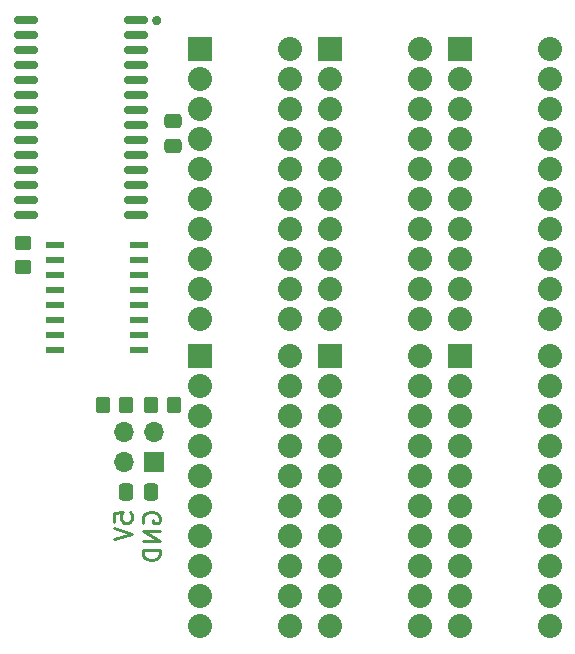
<source format=gbr>
%TF.GenerationSoftware,KiCad,Pcbnew,7.0.9*%
%TF.CreationDate,2023-12-20T20:56:42+01:00*%
%TF.ProjectId,KITT_Voicebox_v1.0,4b495454-5f56-46f6-9963-65626f785f76,rev?*%
%TF.SameCoordinates,Original*%
%TF.FileFunction,Soldermask,Bot*%
%TF.FilePolarity,Negative*%
%FSLAX46Y46*%
G04 Gerber Fmt 4.6, Leading zero omitted, Abs format (unit mm)*
G04 Created by KiCad (PCBNEW 7.0.9) date 2023-12-20 20:56:42*
%MOMM*%
%LPD*%
G01*
G04 APERTURE LIST*
G04 Aperture macros list*
%AMRoundRect*
0 Rectangle with rounded corners*
0 $1 Rounding radius*
0 $2 $3 $4 $5 $6 $7 $8 $9 X,Y pos of 4 corners*
0 Add a 4 corners polygon primitive as box body*
4,1,4,$2,$3,$4,$5,$6,$7,$8,$9,$2,$3,0*
0 Add four circle primitives for the rounded corners*
1,1,$1+$1,$2,$3*
1,1,$1+$1,$4,$5*
1,1,$1+$1,$6,$7*
1,1,$1+$1,$8,$9*
0 Add four rect primitives between the rounded corners*
20,1,$1+$1,$2,$3,$4,$5,0*
20,1,$1+$1,$4,$5,$6,$7,0*
20,1,$1+$1,$6,$7,$8,$9,0*
20,1,$1+$1,$8,$9,$2,$3,0*%
G04 Aperture macros list end*
%ADD10C,0.400000*%
%ADD11C,0.250000*%
%ADD12R,2.032000X2.032000*%
%ADD13C,2.032000*%
%ADD14R,1.700000X1.700000*%
%ADD15O,1.700000X1.700000*%
%ADD16RoundRect,0.250000X0.450000X-0.350000X0.450000X0.350000X-0.450000X0.350000X-0.450000X-0.350000X0*%
%ADD17R,1.500000X0.600000*%
%ADD18RoundRect,0.150000X0.875000X0.150000X-0.875000X0.150000X-0.875000X-0.150000X0.875000X-0.150000X0*%
%ADD19RoundRect,0.250000X-0.337500X-0.475000X0.337500X-0.475000X0.337500X0.475000X-0.337500X0.475000X0*%
%ADD20RoundRect,0.250000X0.350000X0.450000X-0.350000X0.450000X-0.350000X-0.450000X0.350000X-0.450000X0*%
%ADD21RoundRect,0.250000X-0.350000X-0.450000X0.350000X-0.450000X0.350000X0.450000X-0.350000X0.450000X0*%
%ADD22RoundRect,0.250000X-0.475000X0.337500X-0.475000X-0.337500X0.475000X-0.337500X0.475000X0.337500X0*%
G04 APERTURE END LIST*
D10*
X109547000Y-62565000D02*
G75*
G03*
X109547000Y-62565000I-200000J0D01*
G01*
D11*
X105745428Y-104994901D02*
X105745428Y-104280615D01*
X105745428Y-104280615D02*
X106459714Y-104209187D01*
X106459714Y-104209187D02*
X106388285Y-104280615D01*
X106388285Y-104280615D02*
X106316857Y-104423473D01*
X106316857Y-104423473D02*
X106316857Y-104780615D01*
X106316857Y-104780615D02*
X106388285Y-104923473D01*
X106388285Y-104923473D02*
X106459714Y-104994901D01*
X106459714Y-104994901D02*
X106602571Y-105066330D01*
X106602571Y-105066330D02*
X106959714Y-105066330D01*
X106959714Y-105066330D02*
X107102571Y-104994901D01*
X107102571Y-104994901D02*
X107174000Y-104923473D01*
X107174000Y-104923473D02*
X107245428Y-104780615D01*
X107245428Y-104780615D02*
X107245428Y-104423473D01*
X107245428Y-104423473D02*
X107174000Y-104280615D01*
X107174000Y-104280615D02*
X107102571Y-104209187D01*
X105745428Y-105494901D02*
X107245428Y-105994901D01*
X107245428Y-105994901D02*
X105745428Y-106494901D01*
X108229857Y-105066330D02*
X108158428Y-104923473D01*
X108158428Y-104923473D02*
X108158428Y-104709187D01*
X108158428Y-104709187D02*
X108229857Y-104494901D01*
X108229857Y-104494901D02*
X108372714Y-104352044D01*
X108372714Y-104352044D02*
X108515571Y-104280615D01*
X108515571Y-104280615D02*
X108801285Y-104209187D01*
X108801285Y-104209187D02*
X109015571Y-104209187D01*
X109015571Y-104209187D02*
X109301285Y-104280615D01*
X109301285Y-104280615D02*
X109444142Y-104352044D01*
X109444142Y-104352044D02*
X109587000Y-104494901D01*
X109587000Y-104494901D02*
X109658428Y-104709187D01*
X109658428Y-104709187D02*
X109658428Y-104852044D01*
X109658428Y-104852044D02*
X109587000Y-105066330D01*
X109587000Y-105066330D02*
X109515571Y-105137758D01*
X109515571Y-105137758D02*
X109015571Y-105137758D01*
X109015571Y-105137758D02*
X109015571Y-104852044D01*
X109658428Y-105780615D02*
X108158428Y-105780615D01*
X108158428Y-105780615D02*
X109658428Y-106637758D01*
X109658428Y-106637758D02*
X108158428Y-106637758D01*
X109658428Y-107352044D02*
X108158428Y-107352044D01*
X108158428Y-107352044D02*
X108158428Y-107709187D01*
X108158428Y-107709187D02*
X108229857Y-107923473D01*
X108229857Y-107923473D02*
X108372714Y-108066330D01*
X108372714Y-108066330D02*
X108515571Y-108137759D01*
X108515571Y-108137759D02*
X108801285Y-108209187D01*
X108801285Y-108209187D02*
X109015571Y-108209187D01*
X109015571Y-108209187D02*
X109301285Y-108137759D01*
X109301285Y-108137759D02*
X109444142Y-108066330D01*
X109444142Y-108066330D02*
X109587000Y-107923473D01*
X109587000Y-107923473D02*
X109658428Y-107709187D01*
X109658428Y-107709187D02*
X109658428Y-107352044D01*
D12*
%TO.C,BAR3*%
X113000000Y-65000000D03*
D13*
X113000000Y-67540000D03*
X113000000Y-70080000D03*
X113000000Y-72620000D03*
X113000000Y-75160000D03*
X113000000Y-77700000D03*
X113000000Y-80240000D03*
X113000000Y-82780000D03*
X113000000Y-85320000D03*
X113000000Y-87860000D03*
X120620000Y-87860000D03*
X120620000Y-85320000D03*
X120620000Y-82780000D03*
X120620000Y-80240000D03*
X120620000Y-77700000D03*
X120620000Y-75160000D03*
X120620000Y-72620000D03*
X120620000Y-70080000D03*
X120620000Y-67540000D03*
X120620000Y-65000000D03*
%TD*%
D14*
%TO.C,J1*%
X109093000Y-99949000D03*
D15*
X106553000Y-99949000D03*
X109093000Y-97409000D03*
X106553000Y-97409000D03*
%TD*%
D12*
%TO.C,BAR6*%
X135000000Y-91000000D03*
D13*
X135000000Y-93540000D03*
X135000000Y-96080000D03*
X135000000Y-98620000D03*
X135000000Y-101160000D03*
X135000000Y-103700000D03*
X135000000Y-106240000D03*
X135000000Y-108780000D03*
X135000000Y-111320000D03*
X135000000Y-113860000D03*
X142620000Y-113860000D03*
X142620000Y-111320000D03*
X142620000Y-108780000D03*
X142620000Y-106240000D03*
X142620000Y-103700000D03*
X142620000Y-101160000D03*
X142620000Y-98620000D03*
X142620000Y-96080000D03*
X142620000Y-93540000D03*
X142620000Y-91000000D03*
%TD*%
D12*
%TO.C,BAR5*%
X135000000Y-65000000D03*
D13*
X135000000Y-67540000D03*
X135000000Y-70080000D03*
X135000000Y-72620000D03*
X135000000Y-75160000D03*
X135000000Y-77700000D03*
X135000000Y-80240000D03*
X135000000Y-82780000D03*
X135000000Y-85320000D03*
X135000000Y-87860000D03*
X142620000Y-87860000D03*
X142620000Y-85320000D03*
X142620000Y-82780000D03*
X142620000Y-80240000D03*
X142620000Y-77700000D03*
X142620000Y-75160000D03*
X142620000Y-72620000D03*
X142620000Y-70080000D03*
X142620000Y-67540000D03*
X142620000Y-65000000D03*
%TD*%
D12*
%TO.C,BAR2*%
X124000000Y-91000000D03*
D13*
X124000000Y-93540000D03*
X124000000Y-96080000D03*
X124000000Y-98620000D03*
X124000000Y-101160000D03*
X124000000Y-103700000D03*
X124000000Y-106240000D03*
X124000000Y-108780000D03*
X124000000Y-111320000D03*
X124000000Y-113860000D03*
X131620000Y-113860000D03*
X131620000Y-111320000D03*
X131620000Y-108780000D03*
X131620000Y-106240000D03*
X131620000Y-103700000D03*
X131620000Y-101160000D03*
X131620000Y-98620000D03*
X131620000Y-96080000D03*
X131620000Y-93540000D03*
X131620000Y-91000000D03*
%TD*%
D12*
%TO.C,BAR4*%
X113000000Y-91000000D03*
D13*
X113000000Y-93540000D03*
X113000000Y-96080000D03*
X113000000Y-98620000D03*
X113000000Y-101160000D03*
X113000000Y-103700000D03*
X113000000Y-106240000D03*
X113000000Y-108780000D03*
X113000000Y-111320000D03*
X113000000Y-113860000D03*
X120620000Y-113860000D03*
X120620000Y-111320000D03*
X120620000Y-108780000D03*
X120620000Y-106240000D03*
X120620000Y-103700000D03*
X120620000Y-101160000D03*
X120620000Y-98620000D03*
X120620000Y-96080000D03*
X120620000Y-93540000D03*
X120620000Y-91000000D03*
%TD*%
D12*
%TO.C,BAR1*%
X124000000Y-65000000D03*
D13*
X124000000Y-67540000D03*
X124000000Y-70080000D03*
X124000000Y-72620000D03*
X124000000Y-75160000D03*
X124000000Y-77700000D03*
X124000000Y-80240000D03*
X124000000Y-82780000D03*
X124000000Y-85320000D03*
X124000000Y-87860000D03*
X131620000Y-87860000D03*
X131620000Y-85320000D03*
X131620000Y-82780000D03*
X131620000Y-80240000D03*
X131620000Y-77700000D03*
X131620000Y-75160000D03*
X131620000Y-72620000D03*
X131620000Y-70080000D03*
X131620000Y-67540000D03*
X131620000Y-65000000D03*
%TD*%
D16*
%TO.C,R2*%
X98044000Y-83407000D03*
X98044000Y-81407000D03*
%TD*%
D17*
%TO.C,RN2*%
X100723000Y-90424000D03*
X100723000Y-89154000D03*
X100723000Y-87884000D03*
X100723000Y-86614000D03*
X100723000Y-85344000D03*
X100723000Y-84074000D03*
X100723000Y-82804000D03*
X100723000Y-81534000D03*
X107823000Y-81534000D03*
X107823000Y-82804000D03*
X107823000Y-84074000D03*
X107823000Y-85344000D03*
X107823000Y-86614000D03*
X107823000Y-87884000D03*
X107823000Y-89154000D03*
X107823000Y-90424000D03*
%TD*%
D18*
%TO.C,U1*%
X107569000Y-62484000D03*
X107569000Y-63754000D03*
X107569000Y-65024000D03*
X107569000Y-66294000D03*
X107569000Y-67564000D03*
X107569000Y-68834000D03*
X107569000Y-70104000D03*
X107569000Y-71374000D03*
X107569000Y-72644000D03*
X107569000Y-73914000D03*
X107569000Y-75184000D03*
X107569000Y-76454000D03*
X107569000Y-77724000D03*
X107569000Y-78994000D03*
X98269000Y-78994000D03*
X98269000Y-77724000D03*
X98269000Y-76454000D03*
X98269000Y-75184000D03*
X98269000Y-73914000D03*
X98269000Y-72644000D03*
X98269000Y-71374000D03*
X98269000Y-70104000D03*
X98269000Y-68834000D03*
X98269000Y-67564000D03*
X98269000Y-66294000D03*
X98269000Y-65024000D03*
X98269000Y-63754000D03*
X98269000Y-62484000D03*
%TD*%
D19*
%TO.C,C3*%
X106785500Y-102489000D03*
X108860500Y-102489000D03*
%TD*%
D20*
%TO.C,R3*%
X110855000Y-95123000D03*
X108855000Y-95123000D03*
%TD*%
D21*
%TO.C,R4*%
X104791000Y-95123000D03*
X106791000Y-95123000D03*
%TD*%
D22*
%TO.C,C1*%
X110744000Y-71098500D03*
X110744000Y-73173500D03*
%TD*%
M02*

</source>
